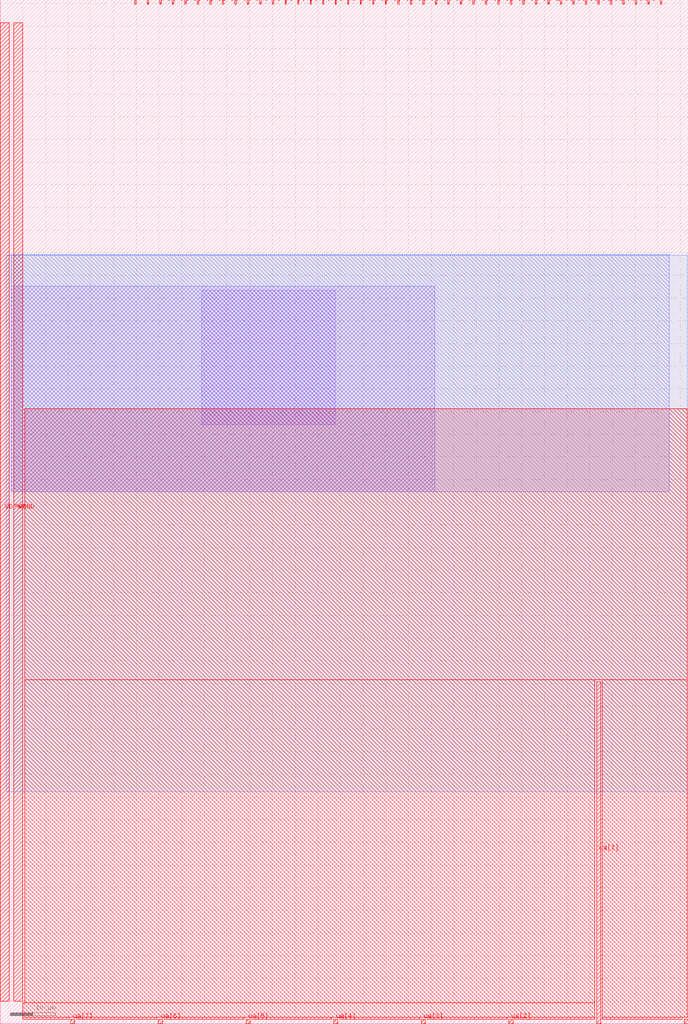
<source format=lef>
VERSION 5.7 ;
  NOWIREEXTENSIONATPIN ON ;
  DIVIDERCHAR "/" ;
  BUSBITCHARS "[]" ;
MACRO tt_um_test_6
  CLASS BLOCK ;
  FOREIGN tt_um_test_6 ;
  ORIGIN 0.000 0.000 ;
  SIZE 151.710 BY 225.760 ;
  PIN clk
    DIRECTION INPUT ;
    PORT
      LAYER met4 ;
        RECT 142.830 224.760 143.130 225.760 ;
    END
  END clk
  PIN VDPWR
    DIRECTION INOUT ;
    USE POWER ;
    PORT
      LAYER met4 ;
        RECT 0.000 5.000 2.000 220.760 ;
    END
    PORT
      LAYER met4 ;
        RECT 145.590 224.760 145.890 225.760 ;
    END
  END VDPWR
  PIN VGND
    DIRECTION INOUT ;
    USE GROUND ;
    PORT
      LAYER met4 ;
        RECT 3.000 5.000 5.000 220.760 ;
    END
    PORT
      LAYER met4 ;
        RECT 140.070 224.760 140.370 225.760 ;
    END
  END VGND
  PIN ua[0]
    DIRECTION INOUT ;
    PORT
      LAYER met4 ;
        RECT 150.810 0.000 151.710 1.000 ;
    END
  END ua[0]
  PIN ua[1]
    DIRECTION INOUT ;
    PORT
      LAYER met4 ;
        RECT 131.490 0.000 132.390 75.450 ;
    END
  END ua[1]
  PIN ua[2]
    DIRECTION INOUT ;
    PORT
      LAYER met4 ;
        RECT 112.170 0.000 113.070 1.000 ;
    END
  END ua[2]
  PIN ua[3]
    DIRECTION INOUT ;
    PORT
      LAYER met4 ;
        RECT 92.850 0.000 93.750 1.000 ;
    END
  END ua[3]
  PIN ua[4]
    DIRECTION INOUT ;
    PORT
      LAYER met4 ;
        RECT 73.530 0.000 74.430 1.000 ;
    END
  END ua[4]
  PIN ua[5]
    DIRECTION INOUT ;
    PORT
      LAYER met4 ;
        RECT 54.210 0.000 55.110 1.000 ;
    END
  END ua[5]
  PIN ua[6]
    DIRECTION INOUT ;
    PORT
      LAYER met4 ;
        RECT 34.890 0.000 35.790 1.000 ;
    END
  END ua[6]
  PIN ua[7]
    DIRECTION INOUT ;
    PORT
      LAYER met4 ;
        RECT 15.570 0.000 16.470 1.000 ;
    END
  END ua[7]
  PIN ui_in[0]
    DIRECTION INPUT ;
    PORT
      LAYER met4 ;
        RECT 137.310 224.760 137.610 225.760 ;
    END
  END ui_in[0]
  PIN ui_in[1]
    DIRECTION INPUT ;
    PORT
      LAYER met4 ;
        RECT 134.550 224.760 134.850 225.760 ;
    END
  END ui_in[1]
  PIN ui_in[2]
    DIRECTION INPUT ;
    PORT
      LAYER met4 ;
        RECT 131.790 224.760 132.090 225.760 ;
    END
  END ui_in[2]
  PIN ui_in[3]
    DIRECTION INPUT ;
    PORT
      LAYER met4 ;
        RECT 129.030 224.760 129.330 225.760 ;
    END
  END ui_in[3]
  PIN ui_in[4]
    DIRECTION INPUT ;
    PORT
      LAYER met4 ;
        RECT 126.270 224.760 126.570 225.760 ;
    END
  END ui_in[4]
  PIN ui_in[5]
    DIRECTION INPUT ;
    PORT
      LAYER met4 ;
        RECT 123.510 224.760 123.810 225.760 ;
    END
  END ui_in[5]
  PIN ui_in[6]
    DIRECTION INPUT ;
    PORT
      LAYER met4 ;
        RECT 120.750 224.760 121.050 225.760 ;
    END
  END ui_in[6]
  PIN ui_in[7]
    DIRECTION INPUT ;
    PORT
      LAYER met4 ;
        RECT 117.990 224.760 118.290 225.760 ;
    END
  END ui_in[7]
  PIN uio_in[0]
    DIRECTION INPUT ;
    PORT
      LAYER met4 ;
        RECT 115.230 224.760 115.530 225.760 ;
    END
  END uio_in[0]
  PIN uio_in[1]
    DIRECTION INPUT ;
    PORT
      LAYER met4 ;
        RECT 112.470 224.760 112.770 225.760 ;
    END
  END uio_in[1]
  PIN uio_in[2]
    DIRECTION INPUT ;
    PORT
      LAYER met4 ;
        RECT 109.710 224.760 110.010 225.760 ;
    END
  END uio_in[2]
  PIN uio_in[3]
    DIRECTION INPUT ;
    PORT
      LAYER met4 ;
        RECT 106.950 224.760 107.250 225.760 ;
    END
  END uio_in[3]
  PIN uio_in[4]
    DIRECTION INPUT ;
    PORT
      LAYER met4 ;
        RECT 104.190 224.760 104.490 225.760 ;
    END
  END uio_in[4]
  PIN uio_in[5]
    DIRECTION INPUT ;
    PORT
      LAYER met4 ;
        RECT 101.430 224.760 101.730 225.760 ;
    END
  END uio_in[5]
  PIN uio_in[6]
    DIRECTION INPUT ;
    PORT
      LAYER met4 ;
        RECT 98.670 224.760 98.970 225.760 ;
    END
  END uio_in[6]
  PIN uio_in[7]
    DIRECTION INPUT ;
    PORT
      LAYER met4 ;
        RECT 95.910 224.760 96.210 225.760 ;
    END
  END uio_in[7]
  PIN uio_oe[0]
    DIRECTION OUTPUT TRISTATE ;
    PORT
      LAYER met4 ;
        RECT 48.990 224.760 49.290 225.760 ;
    END
  END uio_oe[0]
  PIN uio_oe[1]
    DIRECTION OUTPUT TRISTATE ;
    PORT
      LAYER met4 ;
        RECT 46.230 224.760 46.530 225.760 ;
    END
  END uio_oe[1]
  PIN uio_oe[2]
    DIRECTION OUTPUT TRISTATE ;
    PORT
      LAYER met4 ;
        RECT 43.470 224.760 43.770 225.760 ;
    END
  END uio_oe[2]
  PIN uio_oe[3]
    DIRECTION OUTPUT TRISTATE ;
    PORT
      LAYER met4 ;
        RECT 40.710 224.760 41.010 225.760 ;
    END
  END uio_oe[3]
  PIN uio_oe[4]
    DIRECTION OUTPUT TRISTATE ;
    PORT
      LAYER met4 ;
        RECT 37.950 224.760 38.250 225.760 ;
    END
  END uio_oe[4]
  PIN uio_oe[5]
    DIRECTION OUTPUT TRISTATE ;
    PORT
      LAYER met4 ;
        RECT 35.190 224.760 35.490 225.760 ;
    END
  END uio_oe[5]
  PIN uio_oe[6]
    DIRECTION OUTPUT TRISTATE ;
    PORT
      LAYER met4 ;
        RECT 32.430 224.760 32.730 225.760 ;
    END
  END uio_oe[6]
  PIN uio_oe[7]
    DIRECTION OUTPUT TRISTATE ;
    PORT
      LAYER met4 ;
        RECT 29.670 224.760 29.970 225.760 ;
    END
  END uio_oe[7]
  PIN uio_out[0]
    DIRECTION OUTPUT TRISTATE ;
    PORT
      LAYER met4 ;
        RECT 71.070 224.760 71.370 225.760 ;
    END
  END uio_out[0]
  PIN uio_out[1]
    DIRECTION OUTPUT TRISTATE ;
    PORT
      LAYER met4 ;
        RECT 68.310 224.760 68.610 225.760 ;
    END
  END uio_out[1]
  PIN uio_out[2]
    DIRECTION OUTPUT TRISTATE ;
    PORT
      LAYER met4 ;
        RECT 65.550 224.760 65.850 225.760 ;
    END
  END uio_out[2]
  PIN uio_out[3]
    DIRECTION OUTPUT TRISTATE ;
    PORT
      LAYER met4 ;
        RECT 62.790 224.760 63.090 225.760 ;
    END
  END uio_out[3]
  PIN uio_out[4]
    DIRECTION OUTPUT TRISTATE ;
    PORT
      LAYER met4 ;
        RECT 60.030 224.760 60.330 225.760 ;
    END
  END uio_out[4]
  PIN uio_out[5]
    DIRECTION OUTPUT TRISTATE ;
    PORT
      LAYER met4 ;
        RECT 57.270 224.760 57.570 225.760 ;
    END
  END uio_out[5]
  PIN uio_out[6]
    DIRECTION OUTPUT TRISTATE ;
    PORT
      LAYER met4 ;
        RECT 54.510 224.760 54.810 225.760 ;
    END
  END uio_out[6]
  PIN uio_out[7]
    DIRECTION OUTPUT TRISTATE ;
    PORT
      LAYER met4 ;
        RECT 51.750 224.760 52.050 225.760 ;
    END
  END uio_out[7]
  PIN uo_out[0]
    DIRECTION OUTPUT TRISTATE ;
    PORT
      LAYER met4 ;
        RECT 93.150 224.760 93.450 225.760 ;
    END
  END uo_out[0]
  PIN uo_out[1]
    DIRECTION OUTPUT TRISTATE ;
    PORT
      LAYER met4 ;
        RECT 90.390 224.760 90.690 225.760 ;
    END
  END uo_out[1]
  PIN uo_out[2]
    DIRECTION OUTPUT TRISTATE ;
    PORT
      LAYER met4 ;
        RECT 87.630 224.760 87.930 225.760 ;
    END
  END uo_out[2]
  PIN uo_out[3]
    DIRECTION OUTPUT TRISTATE ;
    PORT
      LAYER met4 ;
        RECT 84.870 224.760 85.170 225.760 ;
    END
  END uo_out[3]
  PIN uo_out[4]
    DIRECTION OUTPUT TRISTATE ;
    PORT
      LAYER met4 ;
        RECT 82.110 224.760 82.410 225.760 ;
    END
  END uo_out[4]
  PIN uo_out[5]
    DIRECTION OUTPUT TRISTATE ;
    PORT
      LAYER met4 ;
        RECT 79.350 224.760 79.650 225.760 ;
    END
  END uo_out[5]
  PIN uo_out[6]
    DIRECTION OUTPUT TRISTATE ;
    PORT
      LAYER met4 ;
        RECT 76.590 224.760 76.890 225.760 ;
    END
  END uo_out[6]
  PIN uo_out[7]
    DIRECTION OUTPUT TRISTATE ;
    PORT
      LAYER met4 ;
        RECT 73.830 224.760 74.130 225.760 ;
    END
  END uo_out[7]
  OBS
      LAYER li1 ;
        RECT 44.400 132.130 73.845 161.695 ;
      LAYER met1 ;
        RECT 2.425 117.340 95.760 162.575 ;
      LAYER met2 ;
        RECT 2.425 117.260 147.505 169.520 ;
      LAYER met3 ;
        RECT 1.340 51.110 151.510 169.500 ;
      LAYER met4 ;
        RECT 5.400 75.850 151.515 135.605 ;
        RECT 5.400 4.600 131.090 75.850 ;
        RECT 5.000 1.400 131.090 4.600 ;
        RECT 5.000 1.000 15.170 1.400 ;
        RECT 16.870 1.000 34.490 1.400 ;
        RECT 36.190 1.000 53.810 1.400 ;
        RECT 55.510 1.000 73.130 1.400 ;
        RECT 74.830 1.000 92.450 1.400 ;
        RECT 94.150 1.000 111.770 1.400 ;
        RECT 113.470 1.000 131.090 1.400 ;
        RECT 132.790 1.400 151.515 75.850 ;
        RECT 132.790 1.000 150.410 1.400 ;
  END
END tt_um_test_6
END LIBRARY


</source>
